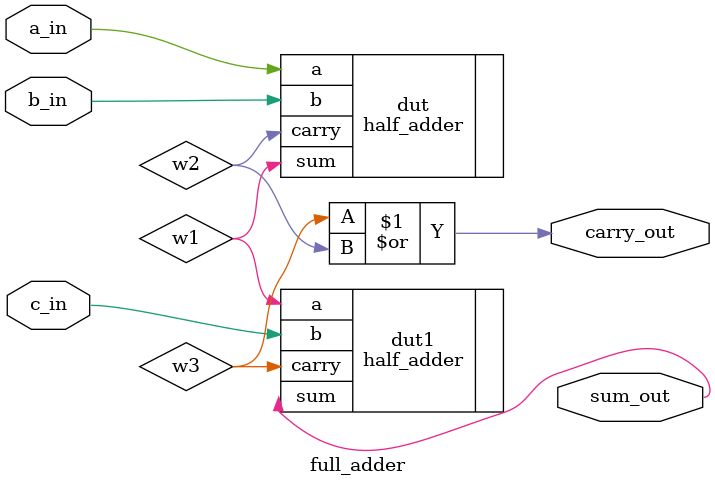
<source format=v>
/********************************************************************************************
Copyright 2019 - Maven Silicon Softech Pvt Ltd. 
 
All Rights Reserved.

This source code is an unpublished work belongs to Maven Silicon Softech Pvt Ltd.

It is not to be shared with or used by any third parties who have not enrolled for our paid training 

courses or received any written authorization from Maven Silicon.


Webpage     :      www.maven-silicon.com

Filename    :	   full_adder.v   

Description :      One bit Full adder Design

Author Name :      Susmita

Version     : 	   1.0
*********************************************************************************************/

module full_adder(a_in,
          b_in,
		  c_in,
		  sum_out,
		  carry_out);

   //Step1 : Write down the directions for the ports	      
	input a_in;
	input b_in;
	input c_in;
	output sum_out;
	output carry_out;

   //Step2 : Declare the internal wires   
	wire w1,w2,w3;
	

   //Step3 : Instantiate the Half-Adders using name-based port mapping	
		half_adder dut(.a(a_in),
		.b(b_in),
		.sum(w1),
		.carry(w2));
		
		half_adder dut1(.a(w1),
		.b(c_in),
		.sum(sum_out),
		.carry(w3));

   //Step4 : Instantiate the OR gate
	or (carry_out, w3, w2);


endmodule


</source>
